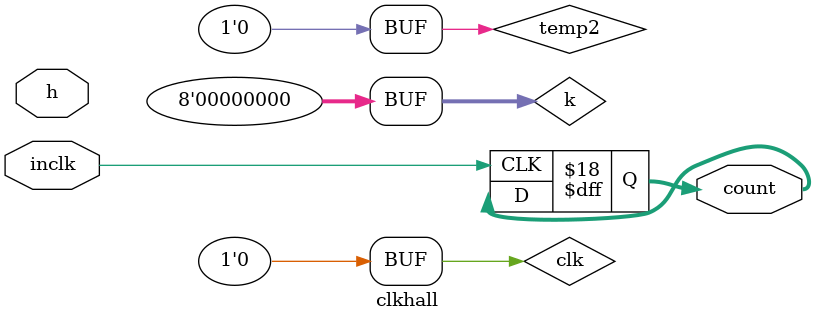
<source format=v>
`timescale 1ns / 1ps

module clkhall( inclk,count,h
    );
input inclk;
input [2:0]h;
output reg [7:0]count;

wire clk;
wire temp2;

reg [7:0]k;
reg [21:0] temp;




always@(h) begin

   if(clk) begin
      k<=k+1;
   end
   else k<=0;
end



always@(posedge inclk) begin

  if(temp2) count <=k;


  if( temp >= 3163477) begin temp <=0; end
  else temp<=temp+1;

end



assign clk =(( temp <= 3163000 ) ? 1'b0 :1'b0);
assign temp2 =((temp == 3162999) ? 1'b0 :1'b0);



endmodule 
</source>
